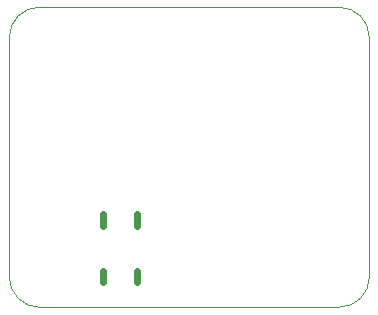
<source format=gbr>
%TF.GenerationSoftware,KiCad,Pcbnew,8.0.4*%
%TF.CreationDate,2024-07-30T16:46:50-04:00*%
%TF.ProjectId,esp32-c3-wroom-socket,65737033-322d-4633-932d-77726f6f6d2d,rev?*%
%TF.SameCoordinates,Original*%
%TF.FileFunction,Profile,NP*%
%FSLAX46Y46*%
G04 Gerber Fmt 4.6, Leading zero omitted, Abs format (unit mm)*
G04 Created by KiCad (PCBNEW 8.0.4) date 2024-07-30 16:46:50*
%MOMM*%
%LPD*%
G01*
G04 APERTURE LIST*
%TA.AperFunction,Profile*%
%ADD10C,0.050000*%
%TD*%
%TA.AperFunction,Profile*%
%ADD11C,0.609600*%
%TD*%
G04 APERTURE END LIST*
D10*
%TO.C,J2*%
X141470000Y-79800000D02*
X141470000Y-59480000D01*
X144010000Y-56940000D02*
X169410000Y-56940000D01*
X169410000Y-82340000D02*
X144010000Y-82340000D01*
X171950000Y-59480000D02*
X171950000Y-79800000D01*
X141470000Y-59480000D02*
G75*
G02*
X144010000Y-56940000I2540001J-1D01*
G01*
X144010000Y-82340000D02*
G75*
G02*
X141470000Y-79800000I1J2540001D01*
G01*
X169410000Y-56940000D02*
G75*
G02*
X171950000Y-59480000I0J-2540000D01*
G01*
X171950000Y-79800000D02*
G75*
G02*
X169410000Y-82340000I-2540000J0D01*
G01*
D11*
%TO.C,J3*%
X149379999Y-75445300D02*
X149379999Y-74454700D01*
X149379999Y-80245299D02*
X149379999Y-79254699D01*
X152239999Y-75445300D02*
X152239999Y-74454700D01*
X152239999Y-80245299D02*
X152239999Y-79254699D01*
%TD*%
M02*

</source>
